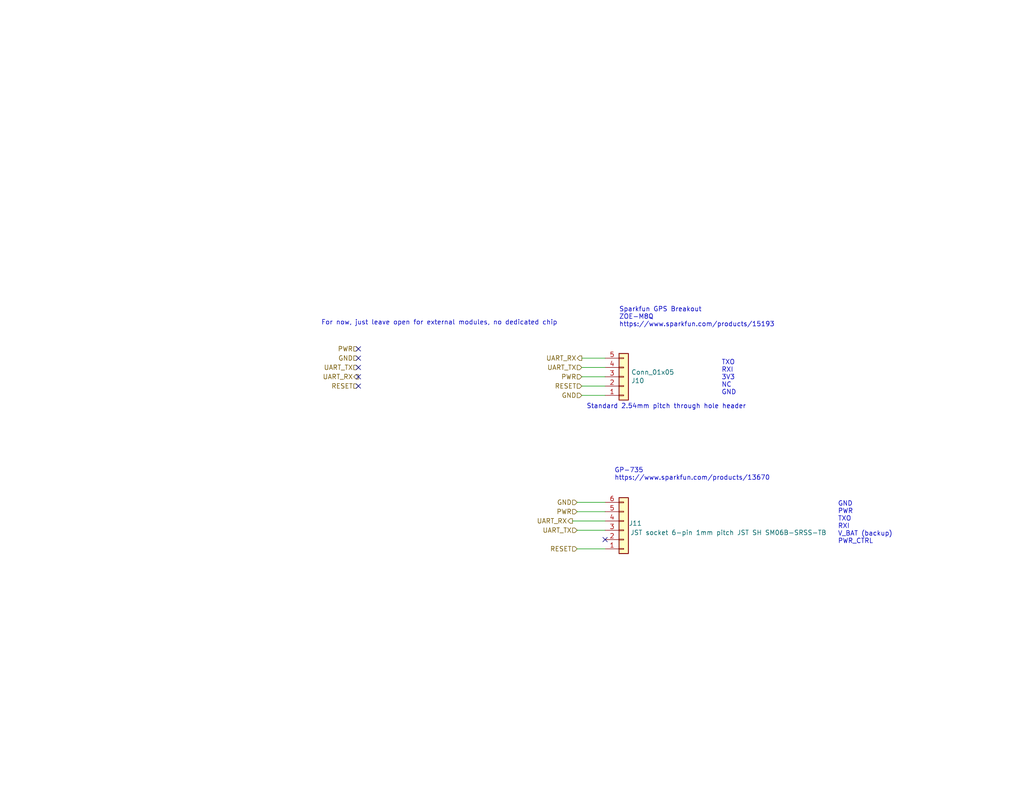
<source format=kicad_sch>
(kicad_sch (version 20231120) (generator "eeschema") (generator_version "8.0")
  (paper "A")
  (title_block (title "GPS interface") (date "2020-05-12"))
  (lib_symbols
    (symbol "Connector_Generic:Conn_01x05" (pin_names (offset 1.016) hide)
      (property "Reference" "J" (at 0 7.62 0))
      (property "Value" "Conn_01x05" (at 0 -7.62 0))
      (symbol "Conn_01x05_1_1"
        (rectangle (start -1.27 -4.953) (end 0 -5.207) (stroke (width 0.1524)))
        (rectangle (start -1.27 -2.413) (end 0 -2.667) (stroke (width 0.1524)))
        (rectangle (start -1.27 0.127) (end 0 -0.127) (stroke (width 0.1524)))
        (rectangle (start -1.27 2.667) (end 0 2.413) (stroke (width 0.1524)))
        (rectangle (start -1.27 5.207) (end 0 4.953) (stroke (width 0.1524)))
        (rectangle (start -1.27 6.35) (end 1.27 -6.35) (stroke (width 0.254)) (fill (type background)))
        (pin passive line (at -5.08 5.08 0) (length 3.81) (name "Pin_1") (number "1"))
        (pin passive line (at -5.08 2.54 0) (length 3.81) (name "Pin_2") (number "2"))
        (pin passive line (at -5.08 0 0) (length 3.81) (name "Pin_3") (number "3"))
        (pin passive line (at -5.08 -2.54 0) (length 3.81) (name "Pin_4") (number "4"))
        (pin passive line (at -5.08 -5.08 0) (length 3.81) (name "Pin_5") (number "5"))
      )
    )
    (symbol "Connector_Generic:Conn_01x06" (pin_names (offset 1.016) hide)
      (property "Reference" "J" (at 0 7.62 0))
      (property "Value" "Conn_01x06" (at 0 -10.16 0))
      (symbol "Conn_01x06_1_1"
        (rectangle (start -1.27 -7.493) (end 0 -7.747) (stroke (width 0.1524)))
        (rectangle (start -1.27 -4.953) (end 0 -5.207) (stroke (width 0.1524)))
        (rectangle (start -1.27 -2.413) (end 0 -2.667) (stroke (width 0.1524)))
        (rectangle (start -1.27 0.127) (end 0 -0.127) (stroke (width 0.1524)))
        (rectangle (start -1.27 2.667) (end 0 2.413) (stroke (width 0.1524)))
        (rectangle (start -1.27 5.207) (end 0 4.953) (stroke (width 0.1524)))
        (rectangle (start -1.27 6.35) (end 1.27 -8.89) (stroke (width 0.254)) (fill (type background)))
        (pin passive line (at -5.08 5.08 0) (length 3.81) (name "Pin_1") (number "1"))
        (pin passive line (at -5.08 2.54 0) (length 3.81) (name "Pin_2") (number "2"))
        (pin passive line (at -5.08 0 0) (length 3.81) (name "Pin_3") (number "3"))
        (pin passive line (at -5.08 -2.54 0) (length 3.81) (name "Pin_4") (number "4"))
        (pin passive line (at -5.08 -5.08 0) (length 3.81) (name "Pin_5") (number "5"))
        (pin passive line (at -5.08 -7.62 0) (length 3.81) (name "Pin_6") (number "6"))
      )
    )
  )
  (no_connect (at 97.79 100.33))
  (no_connect (at 97.79 95.25))
  (no_connect (at 165.1 147.32))
  (no_connect (at 97.79 105.41))
  (no_connect (at 97.79 102.87))
  (no_connect (at 97.79 97.79))
  (wire (pts (xy 165.1 105.41) (xy 158.75 105.41)))
  (wire (pts (xy 158.75 107.95) (xy 165.1 107.95)))
  (wire (pts (xy 157.48 137.16) (xy 165.1 137.16)))
  (wire (pts (xy 156.21 142.24) (xy 165.1 142.24)))
  (wire (pts (xy 157.48 139.7) (xy 165.1 139.7)))
  (wire (pts (xy 157.48 149.86) (xy 165.1 149.86)))
  (wire (pts (xy 157.48 144.78) (xy 165.1 144.78)))
  (wire (pts (xy 158.75 97.79) (xy 165.1 97.79)))
  (wire (pts (xy 165.1 100.33) (xy 158.75 100.33)))
  (wire (pts (xy 158.75 102.87) (xy 165.1 102.87)))
  (text "Sparkfun GPS Breakout \nZOE-M8Q\nhttps://www.sparkfun.com/products/15193\n\n" (at 168.91 91.44 0) (effects (font (size 1.27 1.27)) (justify left bottom)))
  (text "GP-735\nhttps://www.sparkfun.com/products/13670\n\n" (at 167.64 133.35 0) (effects (font (size 1.27 1.27)) (justify left bottom)))
  (text "For now, just leave open for external modules, no dedicated chip" (at 87.63 88.9 0) (effects (font (size 1.27 1.27)) (justify left bottom)))
  (text "Standard 2.54mm pitch through hole header" (at 160.02 111.76 0) (effects (font (size 1.27 1.27)) (justify left bottom)))
  (text "TXO\nRXI\n3V3\nNC\nGND\n" (at 196.85 107.95 0) (effects (font (size 1.27 1.27)) (justify left bottom)))
  (text "GND\nPWR\nTXO\nRXI\nV_BAT (backup)\nPWR_CTRL\n" (at 228.6 148.59 0) (effects (font (size 1.27 1.27)) (justify left bottom)))
  (hierarchical_label "UART_RX" (shape output) (at 156.21 142.24 180))
  (hierarchical_label "PWR" (shape input) (at 158.75 102.87 180))
  (hierarchical_label "PWR" (shape input) (at 157.48 139.7 180))
  (hierarchical_label "RESET" (shape input) (at 158.75 105.41 180))
  (hierarchical_label "RESET" (shape input) (at 157.48 149.86 180))
  (hierarchical_label "GND" (shape input) (at 97.79 97.79 180))
  (hierarchical_label "RESET" (shape input) (at 97.79 105.41 180))
  (hierarchical_label "GND" (shape input) (at 157.48 137.16 180))
  (hierarchical_label "UART_TX" (shape input) (at 157.48 144.78 180))
  (hierarchical_label "UART_TX" (shape input) (at 97.79 100.33 180))
  (hierarchical_label "UART_RX" (shape output) (at 97.79 102.87 180))
  (hierarchical_label "PWR" (shape input) (at 97.79 95.25 180))
  (hierarchical_label "GND" (shape input) (at 158.75 107.95 180))
  (hierarchical_label "UART_RX" (shape output) (at 158.75 97.79 180))
  (hierarchical_label "UART_TX" (shape input) (at 158.75 100.33 180))
  (symbol (lib_id "Connector_Generic:Conn_01x06") (at 170.18 144.78 0) (mirror x) (unit 1)
    (property "Reference" "J11" (at 173.355 142.875 0))
    (property "Value" "JST socket 6-pin 1mm pitch JST SH SM06B-SRSS-TB" (at 198.755 145.415 0))
    (property "Footprint" "Connector_JST:JST_SH_SM06B-SRSS-TB_1x06-1MP_P1.00mm_Horizontal" (effects (hide yes)))
    (property "Mfr. #" "SM06B-SRSS-TB(LF)(SN)" (effects (hide yes)))
    (property "Order" "https://www.digikey.com/product-detail/en/jst-sales-america-inc/SM06B-SRSS-TB-LF-SN/455-1806-1-ND/926877" (effects (hide yes)))
  )
  (symbol (lib_id "Connector_Generic:Conn_01x05") (at 170.18 102.87 0) (mirror x) (unit 1)
    (property "Reference" "J10" (at 172.212 103.9368 0) (effects (justify left)))
    (property "Value" "Conn_01x05" (at 172.212 101.6254 0) (effects (justify left)))
    (property "Footprint" "Connector_PinHeader_2.54mm:PinHeader_1x05_P2.54mm_Vertical" (effects (hide yes)))
    (property "Mfr. #" "PH1-05-UA" (effects (hide yes)))
    (property "Order" "https://www.digikey.com/product-detail/en/adam-tech/PH1-05-UA/2057-PH1-05-UA-ND/9830343" (effects (hide yes)))
  )
)
</source>
